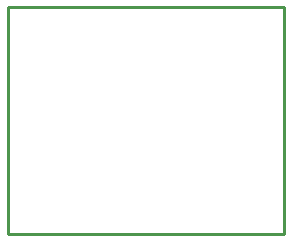
<source format=gko>
G04*
G04 #@! TF.GenerationSoftware,Altium Limited,Altium Designer,18.0.12 (696)*
G04*
G04 Layer_Color=16711935*
%FSLAX25Y25*%
%MOIN*%
G70*
G01*
G75*
%ADD10C,0.01000*%
D10*
X228500Y100000D02*
X229000D01*
Y175500D01*
X137000D02*
X228500D01*
X137000Y100000D02*
Y175500D01*
Y100000D02*
X228500D01*
M02*

</source>
